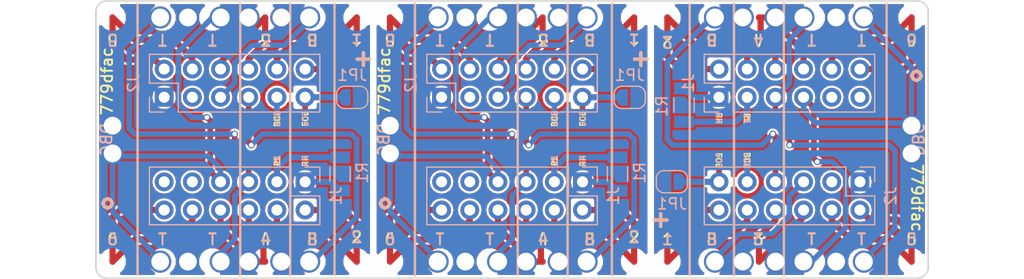
<source format=kicad_pcb>
(kicad_pcb (version 20211014) (generator pcbnew)
  (layers (0 "F.Cu" signal) (31 "B.Cu" signal) (34 "B.Paste" user) (35 "F.Paste" user) (36 "B.SilkS" user "B.Silkscreen") (37 "F.SilkS" user "F.Silkscreen") (38 "B.Mask" user) (39 "F.Mask" user) (44 "Edge.Cuts" user))
  (net 0 "")
  (net 1 "/RH")
  (net 2 "/RL")
  (net 3 "/FCu")
  (net 4 "/BCu")
  (net 5 "/I2")
  (net 6 "/I4")
  (net 7 "/VT")
  (net 8 "/IT")
  (net 9 "/I6")
  (net 10 "/V8")
  (net 11 "/I8")
  (net 12 "/I5")
  (net 13 "/I7")
  (net 14 "/V7")
  (net 15 "/I3")
  (net 16 "/IB")
  (net 17 "/VB")
  (net 18 "/I1")
  (footprint "myParts:S25-022+P25-4023" (layer "F.Cu") (at -1.25 -11 90)
    (fp_text reference "TP17" hide)
    (fp_text value "TEST" hide)
  )
  (footprint "myParts:S25-022+P25-4023" (layer "F.Cu") (at 1.25 -11)
    (fp_text reference "TP18" hide)
    (fp_text value "TEST" hide)
  )
  (footprint "myParts:S25-022+P25-4023" (layer "F.Cu") (at -23.75 -11)
    (fp_text reference "TP18" hide)
    (fp_text value "TEST" hide)
  )
  (footprint "myParts:S25-022+P25-4023" (layer "F.Cu") (at -29.21 11)
    (fp_text reference "TP18" hide)
    (fp_text value "TEST" hide)
  )
  (footprint "myParts:S25-022+P25-4023" (layer "F.Cu") (at 4.21 -11 90)
    (fp_text reference "TP17" hide)
    (fp_text value "TEST" hide)
  )
  (footprint "myParts:S25-022+P25-4023" (layer "F.Cu") (at -11 1.25 -90)
    (fp_text reference "TP18" hide)
    (fp_text value "TEST" hide)
  )
  (footprint "myParts:S25-022+P25-4023" (layer "F.Cu") (at -31.71 -11 90)
    (fp_text reference "TP17" hide)
    (fp_text value "TEST" hide)
  )
  (footprint "myParts:S25-022+P25-4023" (layer "F.Cu") (at 26.25 -11 -90)
    (fp_text reference "TP17" hide)
    (fp_text value "TEST" hide)
  )
  (footprint "myParts:S25-022+P25-4023" (layer "F.Cu") (at -20.79 11 90)
    (fp_text reference "TP17" hide)
    (fp_text value "TEST" hide)
  )
  (footprint "myParts:S25-022+P25-4023" (layer "F.Cu") (at 31.71 -11 -90)
    (fp_text reference "TP17" hide)
    (fp_text value "TEST" hide)
  )
  (footprint "myParts:S25-022+P25-4023" (layer "F.Cu") (at 29.21 -11 180)
    (fp_text reference "TP18" hide)
    (fp_text value "TEST" hide)
  )
  (footprint "myParts:S25-022+P25-4023" (layer "F.Cu") (at 31.71 11 -90)
    (fp_text reference "TP17" hide)
    (fp_text value "TEST" hide)
  )
  (footprint "myParts:S25-022+P25-4023" (layer "F.Cu") (at 1.25 11)
    (fp_text reference "TP18" hide)
    (fp_text value "TEST" hide)
  )
  (footprint "myParts:S25-022+P25-4023" (layer "F.Cu") (at -36 -1.25)
    (fp_text reference "TP17" hide)
    (fp_text value "TEST" hide)
  )
  (footprint "myParts:S25-022+P25-4023" (layer "F.Cu") (at 4.21 11 90)
    (fp_text reference "TP17" hide)
    (fp_text value "TEST" hide)
  )
  (footprint "myParts:S25-022+P25-4023" (layer "F.Cu") (at -6.71 -11 90)
    (fp_text reference "TP17" hide)
    (fp_text value "TEST" hide)
  )
  (footprint "myParts:S25-022+P25-4023" (layer "F.Cu") (at -1.25 11 90)
    (fp_text reference "TP17" hide)
    (fp_text value "TEST" hide)
  )
  (footprint "myParts:S25-022+P25-4023" (layer "F.Cu") (at -4.21 -11)
    (fp_text reference "TP18" hide)
    (fp_text value "TEST" hide)
  )
  (footprint "myParts:S25-022+P25-4023" (layer "F.Cu") (at -18.29 -11)
    (fp_text reference "TP18" hide)
    (fp_text value "TEST" hide)
  )
  (footprint "myParts:S25-022+P25-4023" (layer "F.Cu") (at -23.75 11)
    (fp_text reference "TP18" hide)
    (fp_text value "TEST" hide)
  )
  (footprint "myParts:S25-022+P25-4023" (layer "F.Cu") (at 23.75 11 180)
    (fp_text reference "TP18" hide)
    (fp_text value "TEST" hide)
  )
  (footprint "myParts:S25-022+P25-4023" (layer "F.Cu") (at -11 -1.25)
    (fp_text reference "TP17" hide)
    (fp_text value "TEST" hide)
  )
  (footprint "myParts:S25-022+P25-4023" (layer "F.Cu") (at 18.29 -11 180)
    (fp_text reference "TP18" hide)
    (fp_text value "TEST" hide)
  )
  (footprint "myParts:S25-022+P25-4023" (layer "F.Cu") (at 20.79 -11 -90)
    (fp_text reference "TP17" hide)
    (fp_text value "TEST" hide)
  )
  (footprint "myParts:S25-022+P25-4023" (layer "F.Cu") (at -31.71 11 90)
    (fp_text reference "TP17" hide)
    (fp_text value "TEST" hide)
  )
  (footprint "myParts:S25-022+P25-4023" (layer "F.Cu") (at 18.29 11 180)
    (fp_text reference "TP18" hide)
    (fp_text value "TEST" hide)
  )
  (footprint "myParts:S25-022+P25-4023" (layer "F.Cu") (at -26.25 11 90)
    (fp_text reference "TP17" hide)
    (fp_text value "TEST" hide)
  )
  (footprint "myParts:S25-022+P25-4023" (layer "F.Cu") (at -6.71 11 90)
    (fp_text reference "TP17" hide)
    (fp_text value "TEST" hide)
  )
  (footprint "myParts:S25-022+P25-4023" (layer "F.Cu") (at 36 1.25 180)
    (fp_text reference "TP17" hide)
    (fp_text value "TEST" hide)
  )
  (footprint "myParts:S25-022+P25-4023" (layer "F.Cu") (at 6.71 11)
    (fp_text reference "TP18" hide)
    (fp_text value "TEST" hide)
  )
  (footprint "myParts:S25-022+P25-4023" (layer "F.Cu") (at 29.21 11 180)
    (fp_text reference "TP18" hide)
    (fp_text value "TEST" hide)
  )
  (footprint "myParts:S25-022+P25-4023" (layer "F.Cu") (at 36 -1.25 90)
    (fp_text reference "TP18" hide)
    (fp_text value "TEST" hide)
  )
  (footprint "myParts:S25-022+P25-4023" (layer "F.Cu") (at -29.21 -11)
    (fp_text reference "TP18" hide)
    (fp_text value "TEST" hide)
  )
  (footprint "myParts:S25-022+P25-4023" (layer "F.Cu") (at -4.21 11)
    (fp_text reference "TP18" hide)
    (fp_text value "TEST" hide)
  )
  (footprint "myParts:S25-022+P25-4023" (layer "F.Cu") (at 23.75 -11 180)
    (fp_text reference "TP18" hide)
    (fp_text value "TEST" hide)
  )
  (footprint "myParts:S25-022+P25-4023" (layer "F.Cu") (at -18.29 11)
    (fp_text reference "TP18" hide)
    (fp_text value "TEST" hide)
  )
  (footprint "myParts:S25-022+P25-4023" (layer "F.Cu") (at -36 1.25 -90)
    (fp_text reference "TP18" hide)
    (fp_text value "TEST" hide)
  )
  (footprint "myParts:S25-022+P25-4023" (layer "F.Cu") (at -26.25 -11 90)
    (fp_text reference "TP17" hide)
    (fp_text value "TEST" hide)
  )
  (footprint "myParts:S25-022+P25-4023" (layer "F.Cu") (at 6.71 -11)
    (fp_text reference "TP18" hide)
    (fp_text value "TEST" hide)
  )
  (footprint "myParts:S25-022+P25-4023" (layer "F.Cu") (at -20.79 -11 90)
    (fp_text reference "TP17" hide)
    (fp_text value "TEST" hide)
  )
  (footprint "myParts:S25-022+P25-4023" (layer "F.Cu") (at 26.25 11 -90)
    (fp_text reference "TP17" hide)
    (fp_text value "TEST" hide)
  )
  (footprint "myParts:S25-022+P25-4023" (layer "F.Cu") (at 20.79 11 -90)
    (fp_text reference "TP17" hide)
    (fp_text value "TEST" hide)
  )
  (footprint "Jumper:SolderJumper-2_P1.3mm_Open_RoundedPad1.0x1.5mm" (layer "B.Cu") (at 10.6 -3.8 180)
    (fp_text reference "JP1")
    (fp_text value "Jumper_NO_Small")
  )
  (footprint "Connector_PinSocket_2.54mm:PinSocket_2x06_P2.54mm_Vertical" (layer "B.Cu") (at 6.35 3.81 90)
    (fp_text reference "J1")
    (fp_text value "CONN_02X06")
  )
  (footprint "Connector_PinSocket_2.54mm:PinSocket_2x06_P2.54mm_Vertical" (layer "B.Cu") (at -6.35 -3.81 -90)
    (fp_text reference "J2")
    (fp_text value "CONN_02X06")
  )
  (footprint "Resistor_SMD:R_1206_3216Metric" (layer "B.Cu") (at 9.5 3.105 -90)
    (fp_text reference "R1")
    (fp_text value "200k")
  )
  (footprint "Resistor_SMD:R_1206_3216Metric" (layer "B.Cu") (at -15.5 3.105 -90)
    (fp_text reference "R1")
    (fp_text value "200k")
  )
  (footprint "Resistor_SMD:R_1206_3216Metric" (layer "B.Cu") (at 15.5 -3.105 90)
    (fp_text reference "R1")
    (fp_text value "200k")
  )
  (footprint "Connector_PinSocket_2.54mm:PinSocket_2x06_P2.54mm_Vertical" (layer "B.Cu") (at 31.35 3.81 90)
    (fp_text reference "J2")
    (fp_text value "CONN_02X06")
  )
  (footprint "Jumper:SolderJumper-2_P1.3mm_Open_RoundedPad1.0x1.5mm" (layer "B.Cu") (at -14.4 -3.8 180)
    (fp_text reference "JP1")
    (fp_text value "Jumper_NO_Small")
  )
  (footprint "Connector_PinSocket_2.54mm:PinSocket_2x06_P2.54mm_Vertical" (layer "B.Cu") (at -31.35 -3.81 -90)
    (fp_text reference "J2")
    (fp_text value "CONN_02X06")
  )
  (footprint "Connector_PinSocket_2.54mm:PinSocket_2x06_P2.54mm_Vertical" (layer "B.Cu") (at -18.65 3.81 90)
    (fp_text reference "J1")
    (fp_text value "CONN_02X06")
  )
  (footprint "Connector_PinSocket_2.54mm:PinSocket_2x06_P2.54mm_Vertical" (layer "B.Cu") (at 18.65 -3.81 -90)
    (fp_text reference "J1")
    (fp_text value "CONN_02X06")
  )
  (footprint "Jumper:SolderJumper-2_P1.3mm_Open_RoundedPad1.0x1.5mm" (layer "B.Cu") (at 14.4 3.8)
    (fp_text reference "JP1")
    (fp_text value "Jumper_NO_Small")
  )
  (gr_line (start 9 -12.25) (end 9 12.25) (layer "B.SilkS") (width 0.2))
  (gr_line (start 5 -12.25) (end 5 12.25) (layer "B.SilkS") (width 0.2))
  (gr_line (start 0.5 -12.25) (end 0.5 12.25) (layer "B.SilkS") (width 0.2))
  (gr_line (start -8.75 -12.25) (end -8.75 12.25) (layer "B.SilkS") (width 0.2))
  (gr_line (start 16 12.25) (end 16 -12.25) (layer "B.SilkS") (width 0.2))
  (gr_line (start -24.5 -12.25) (end -24.5 12.25) (layer "B.SilkS") (width 0.2))
  (gr_line (start 24.5 12.25) (end 24.5 -12.25) (layer "B.SilkS") (width 0.2))
  (gr_line (start -33.75 -12.25) (end -33.75 12.25) (layer "B.SilkS") (width 0.2))
  (gr_line (start -16 -12.25) (end -16 12.25) (layer "B.SilkS") (width 0.2))
  (gr_line (start -20 -12.25) (end -20 12.25) (layer "B.SilkS") (width 0.2))
  (gr_line (start 33.75 12.25) (end 33.75 -12.25) (layer "B.SilkS") (width 0.2))
  (gr_line (start 20 12.25) (end 20 -12.25) (layer "B.SilkS") (width 0.2))
  (gr_line (start 0.5 -12.25) (end 0.5 12.25) (layer "F.SilkS") (width 0.2))
  (gr_line (start 5 -12.25) (end 5 12.25) (layer "F.SilkS") (width 0.2))
  (gr_line (start 9 -12.25) (end 9 12.25) (layer "F.SilkS") (width 0.2))
  (gr_line (start -16 -12.25) (end -16 12.25) (layer "F.SilkS") (width 0.2))
  (gr_line (start 24.5 12.25) (end 24.5 -12.25) (layer "F.SilkS") (width 0.2))
  (gr_line (start 16 12.25) (end 16 -12.25) (layer "F.SilkS") (width 0.2))
  (gr_line (start 33.75 12.25) (end 33.75 -12.25) (layer "F.SilkS") (width 0.2))
  (gr_line (start -24.5 -12.25) (end -24.5 12.25) (layer "F.SilkS") (width 0.2))
  (gr_line (start -20 -12.25) (end -20 12.25) (layer "F.SilkS") (width 0.2))
  (gr_line (start -8.75 -12.25) (end -8.75 12.25) (layer "F.SilkS") (width 0.2))
  (gr_line (start -33.75 -12.25) (end -33.75 12.25) (layer "F.SilkS") (width 0.2))
  (gr_line (start 20 12.25) (end 20 -12.25) (layer "F.SilkS") (width 0.2))
  (gr_line (start -36.5 -12.5) (end 36.499999 -12.499999) (layer "Edge.Cuts") (width 0.15))
  (gr_arc (start -37.5 -11.5) (mid -37.207107 -12.207107) (end -36.5 -12.5) (layer "Edge.Cuts") (width 0.15))
  (gr_line (start 37.499999 -11.499999) (end 37.499999 11.499999) (layer "Edge.Cuts") (width 0.15))
  (gr_line (start -37.499999 11.499999) (end -37.5 -11.5) (layer "Edge.Cuts") (width 0.15))
  (gr_arc (start 37.499999 11.499999) (mid 37.207106 12.207106) (end 36.499999 12.499999) (layer "Edge.Cuts") (width 0.15))
  (gr_arc (start 36.499999 -12.499999) (mid 37.207106 -12.207106) (end 37.499999 -11.499999) (layer "Edge.Cuts") (width 0.15))
  (gr_line (start 36.499999 12.499999) (end -36.499999 12.499999) (layer "Edge.Cuts") (width 0.15))
  (gr_arc (start -36.499999 12.499999) (mid -37.207106 12.207106) (end -37.499999 11.499999) (layer "Edge.Cuts") (width 0.15))
  (gr_text "+" (at 11.5 -7.25 90) (layer "B.SilkS") (effects (font (size 1.5 1.5) (thickness 0.3)) (justify mirror)))
  (gr_text "°" (at -10.25 5.75 90) (layer "B.SilkS") (effects (font (size 3 3) (thickness 0.3)) (justify mirror)))
  (gr_text "RL" (at 3.84 1.935 90) (layer "B.SilkS") (effects (font (size 0.5 0.5) (thickness 0.125)) (justify mirror)))
  (gr_text "RH" (at 6.38 1.935 90) (layer "B.SilkS") (effects (font (size 0.5 0.5) (thickness 0.125)) (justify mirror)))
  (gr_text "BCu" (at 3.84 -1.875 90) (layer "B.SilkS") (effects (font (size 0.5 0.5) (thickness 0.125)) (justify mirror)))
  (gr_text "FCu" (at 6.38 -1.875 90) (layer "B.SilkS") (effects (font (size 0.5 0.5) (thickness 0.125)) (justify mirror)))
  (gr_text "B" (at 7 -9 180) (layer "B.SilkS") (effects (font (size 1 1) (thickness 0.175)) (justify mirror)))
  (gr_text "1" (at 11 -9 180) (layer "B.SilkS") (effects (font (size 1 1) (thickness 0.175)) (justify mirror)))
  (gr_text "3" (at 2.8 -9 180) (layer "B.SilkS") (effects (font (size 1 1) (thickness 0.175)) (justify mirror)))
  (gr_text "T" (at -2 -9 180) (layer "B.SilkS") (effects (font (size 1 1) (thickness 0.175)) (justify mirror)))
  (gr_text "T" (at -6.5 -9 180) (layer "B.SilkS") (effects (font (size 1 1) (thickness 0.175)) (justify mirror)))
  (gr_text "5" (at -11 -9 180) (layer "B.SilkS") (effects (font (size 1 1) (thickness 0.175)) (justify mirror)))
  (gr_text "6" (at -11 9) (layer "B.SilkS") (effects (font (size 1 1) (thickness 0.175)) (justify mirror)))
  (gr_text "T" (at -6.5 9) (layer "B.SilkS") (effects (font (size 1 1) (thickness 0.175)) (justify mirror)))
  (gr_text "T" (at -2 9) (layer "B.SilkS") (effects (font (size 1 1) (thickness 0.175)) (justify mirror)))
  (gr_text "4" (at 2.8 9) (layer "B.SilkS") (effects (font (size 1 1) (thickness 0.175)) (justify mirror)))
  (gr_text "B" (at 7 9) (layer "B.SilkS") (effects (font (size 1 1) (thickness 0.175)) (justify mirror)))
  (gr_text "2" (at 11 8.8) (layer "B.SilkS") (effects (font (size 1 1) (thickness 0.175)) (justify mirror)))
  (gr_text "DBG\n~{}    " (at -10.75 0 90) (layer "B.SilkS") (effects (font (size 1 1) (thickness 0.175)) (justify mirror)))
  (gr_text "RL" (at -21.16 1.935 90) (layer "B.SilkS") (effects (font (size 0.5 0.5) (thickness 0.125)) (justify mirror)))
  (gr_text "°" (at -35.25 5.75 90) (layer "B.SilkS") (effects (font (size 3 3) (thickness 0.3)) (justify mirror)))
  (gr_text "1" (at -14 -9 180) (layer "B.SilkS") (effects (font (size 1 1) (thickness 0.175)) (justify mirror)))
  (gr_text "5" (at -36 -9 180) (layer "B.SilkS") (effects (font (size 1 1) (thickness 0.175)) (justify mirror)))
  (gr_text "4" (at 22.2 -9 180) (layer "B.SilkS") (effects (font (size 1 1) (thickness 0.175)) (justify mirror)))
  (gr_text "T" (at 31.5 -9 180) (layer "B.SilkS") (effects (font (size 1 1) (thickness 0.175)) (justify mirror)))
  (gr_text "B" (at -18 9) (layer "B.SilkS") (effects (font (size 1 1) (thickness 0.175)) (justify mirror)))
  (gr_text "T" (at 27 9) (layer "B.SilkS") (effects (font (size 1 1) (thickness 0.175)) (justify mirror)))
  (gr_text "T" (at 27 -9 180) (layer "B.SilkS") (effects (font (size 1 1) (thickness 0.175)) (justify mirror)))
  (gr_text "3" (at -22.2 -9 180) (layer "B.SilkS") (effects (font (size 1 1) (thickness 0.175)) (justify mirror)))
  (gr_text "+" (at 13.5 7.25 270) (layer "B.SilkS") (effects (font (size 1.5 1.5) (thickness 0.3)) (justify mirror)))
  (gr_text "FCu" (at 18.62 1.875 270) (layer "B.SilkS") (effects (font (size 0.5 0.5) (thickness 0.125)) (justify mirror)))
  (gr_text "1" (at 14 9) (layer "B.SilkS") (effects (font (size 1 1) (thickness 0.175)) (justify mirror)))
  (gr_text "4" (at -22.2 9) (layer "B.SilkS") (effects (font (size 1 1) (thickness 0.175)) (justify mirror)))
  (gr_text "DBG\n~{}    " (at -35.75 0 90) (layer "B.SilkS") (effects (font (size 1 1) (thickness 0.175)) (justify mirror)))
  (gr_text "FCu" (at -18.62 -1.875 90) (layer "B.SilkS") (effects (font (size 0.5 0.5) (thickness 0.125)) (justify mirror)))
  (gr_text "5" (at 36 9) (layer "B.SilkS") (effects (font (size 1 1) (thickness 0.175)) (justify mirror)))
  (gr_text "T" (at 31.5 9) (layer "B.SilkS") (effects (font (size 1 1) (thickness 0.175)) (justify mirror)))
  (gr_text "3" (at 22.2 9) (layer "B.SilkS") (effects (font (size 1 1) (thickness 0.175)) (justify mirror)))
  (gr_text "6" (at -36 9) (layer "B.SilkS") (effects (font (size 1 1) (thickness 0.175)) (justify mirror)))
  (gr_text "+" (at -13.5 -7.25 90) (layer "B.SilkS") (effects (font (size 1.5 1.5) (thickness 0.3)) (justify mirror)))
  (gr_text "RH" (at 18.62 -1.935 270) (layer "B.SilkS") (effects (font (size 0.5 0.5) (thickness 0.125)) (justify mirror)))
  (gr_text "T" (at -27 -9 180) (layer "B.SilkS") (effects (font (size 1 1) (thickness 0.175)) (justify mirror)))
  (gr_text "DBG\n~{}    " (at 35.75 0 270) (layer "B.SilkS") (effects (font (size 1 1) (thickness 0.175)) (justify mirror)))
  (gr_text "BCu" (at 21.16 1.875 270) (layer "B.SilkS") (effects (font (size 0.5 0.5) (thickness 0.125)) (justify mirror)))
  (gr_text "B" (at -18 -9 180) (layer "B.SilkS") (effects (font (size 1 1) (thickness 0.175)) (justify mirror)))
  (gr_text "T" (at -31.5 9) (layer "B.SilkS") (effects (font (size 1 1) (thickness 0.175)) (justify mirror)))
  (gr_text "B" (at 18 9) (layer "B.SilkS") (effects (font (size 1 1) (thickness 0.175)) (justify mirror)))
  (gr_text "BCu" (at -21.16 -1.875 90) (layer "B.SilkS") (effects (font (size 0.5 0.5) (thickness 0.125)) (justify mirror)))
  (gr_text "T" (at -31.5 -9 180) (layer "B.SilkS") (effects (font (size 1 1) (thickness 0.175)) (justify mirror)))
  (gr_text "2" (at -14 8.8) (layer "B.SilkS") (effects (font (size 1 1) (thickness 0.175)) (justify mirror)))
  (gr_text "RH" (at -18.62 1.935 90) (layer "B.SilkS") (effects (font (size 0.5 0.5) (thickness 0.125)) (justify mirror)))
  (gr_text "B" (at 18 -9 180) (layer "B.SilkS") (effects (font (size 1 1) (thickness 0.175)) (justify mirror)))
  (gr_text "2" (at 14 -8.8 180) (layer "B.SilkS") (effects (font (size 1 1) (thickness 0.175)) (justify mirror)))
  (gr_text "6" (at 36 -9 180) (layer "B.SilkS") (effects (font (size 1 1) (thickness 0.175)) (justify mirror)))
  (gr_text "°" (at 35.25 -5.75 270) (layer "B.SilkS") (effects (font (size 3 3) (thickness 0.3)) (justify mirror)))
  (gr_text "T" (at -27 9) (layer "B.SilkS") (effects (font (size 1 1) (thickness 0.175)) (justify mirror)))
  (gr_text "RL" (at 21.16 -1.935 270) (layer "B.SilkS") (effects (font (size 0.5 0.5) (thickness 0.125)) (justify mirror)))
  (gr_text "BCu" (at 3.84 -1.875 90) (layer "F.SilkS") (effects (font (size 0.5 0.5) (thickness 0.125))))
  (gr_text "RH" (at 6.38 1.935 90) (layer "F.SilkS") (effects (font (size 0.5 0.5) (thickness 0.125))))
  (gr_text "RL" (at 3.84 1.935 90) (layer "F.SilkS") (effects (font (size 0.5 0.5) (thickness 0.125))))
  (gr_text "5" (at -11 -9 180) (layer "F.SilkS") (effects (font (size 1 1) (thickness 0.175))))
  (gr_text "T" (at -6.5 -9 180) (layer "F.SilkS") (effects (font (size 1 1) (thickness 0.175))))
  (gr_text "T" (at -2 -9 180) (layer "F.SilkS") (effects (font (size 1 1) (thickness 0.175))))
  (gr_text "3" (at 2.8 -9 180) (layer "F.SilkS") (effects (font (size 1 1) (thickness 0.175))))
  (gr_text "1" (at 11 -9 180) (layer "F.SilkS") (effects (font (size 1 1) (thickness 0.175))))
  (gr_text "2" (at 11 8.8) (layer "F.SilkS") (effects (font (size 1 1) (thickness 0.175))))
  (gr_text "B" (at 7 9) (layer "F.SilkS") (effects (font (size 1 1) (thickness 0.175))))
  (gr_text "779dfac" (at -11.5 -5.25 90) (layer "F.SilkS") (effects (font (size 1 1) (thickness 0.175))))
  (gr_text "T" (at -2 9) (layer "F.SilkS") (effects (font (size 1 1) (thickness 0.175))))
  (gr_text "T" (at -6.5 9) (layer "F.SilkS") (effects (font (size 1 1) (thickness 0.175))))
  (gr_text "4" (at 2.8 9) (layer "F.SilkS") (effects (font (size 1 1) (thickness 0.175))))
  (gr_text "6" (at -11 9) (layer "F.SilkS") (effects (font (size 1 1) (thickness 0.175))))
  (gr_text "B" (at 7 -9 180) (layer "F.SilkS") (effects (font (size 1 1) (thickness 0.175))))
  (gr_text "779dfac" (at -36.5 -5.25 90) (layer "F.SilkS") (effects (font (size 1 1) (thickness 0.175))))
  (gr_text "BCu" (at 21.16 1.875 270) (layer "F.SilkS") (effects (font (size 0.5 0.5) (thickness 0.125))))
  (gr_text "RL" (at 21.16 -1.935 270) (layer "F.SilkS") (effects (font (size 0.5 0.5) (thickness 0.125))))
  (gr_text "3" (at 22.2 9) (layer "F.SilkS") (effects (font (size 1 1) (thickness 0.175))))
  (gr_text "1" (at 14 9) (layer "F.SilkS") (effects (font (size 1 1) (thickness 0.175))))
  (gr_text "2" (at 14 -8.8 180) (layer "F.SilkS") (effects (font (size 1 1) (thickness 0.175))))
  (gr_text "T" (at 31.5 -9 180) (layer "F.SilkS") (effects (font (size 1 1) (thickness 0.175))))
  (gr_text "4" (at 22.2 -9 180) (layer "F.SilkS") (effects (font (size 1 1) (thickness 0.175))))
  (gr_text "RH" (at -18.62 1.935 90) (layer "F.SilkS") (effects (font (size 0.5 0.5) (thickness 0.125))))
  (gr_text "FCu" (at 6.38 -1.875 90) (layer "F.SilkS") (effects (font (size 0.5 0.5) (thickness 0.125))))
  (gr_text "5" (at -36 -9 180) (layer "F.SilkS") (effects (font (size 1 1) (thickness 0.175))))
  (gr_text "+" (at -13.5 -7.25 90) (layer "F.SilkS") (effects (font (size 1.5 1.5) (thickness 0.3))))
  (gr_text "T" (at -27 9) (layer "F.SilkS") (effects (font (size 1 1) (thickness 0.175))))
  (gr_text "°" (at 35.25 -5.75 270) (layer "F.SilkS") (effects (font (size 3 3) (thickness 0.3))))
  (gr_text "RH" (at 18.62 -1.935 270) (layer "F.SilkS") (effects (font (size 0.5 0.5) (thickness 0.125))))
  (gr_text "5" (at 36 9) (layer "F.SilkS") (effects (font (size 1 1) (thickness 0.175))))
  (gr_text "FCu" (at 18.62 1.875 270) (layer "F.SilkS") (effects (font (size 0.5 0.5) (thickness 0.125))))
  (gr_text "2" (at -14 8.8) (layer "F.SilkS") (effects (font (size 1 1) (thickness 0.175))))
  (gr_text "779dfac" (at 36.5 5.25 270) (layer "F.SilkS") (effects (font (size 1 1) (thickness 0.175))))
  (gr_text "B" (at 18 9) (layer "F.SilkS") (effects (font (size 1 1) (thickness 0.175))))
  (gr_text "BCu" (at -21.16 -1.875 90) (layer "F.SilkS") (effects (font (size 0.5 0.5) (thickness 0.125))))
  (gr_text "FCu" (at -18.62 -1.875 90) (layer "F.SilkS") (effects (font (size 0.5 0.5) (thickness 0.125))))
  (gr_text "B" (at -18 9) (layer "F.SilkS") (effects (font (size 1 1) (thickness 0.175))))
  (gr_text "6" (at -36 9) (layer "F.SilkS") (effects (font (size 1 1) (thickness 0.175))))
  (gr_text "1" (at -14 -9 180) (layer "F.SilkS") (effects (font (size 1 1) (thickness 0.175))))
  (gr_text "4" (at -22.2 9) (layer "F.SilkS") (effects (font (size 1 1) (thickness 0.175))))
  (gr_text "°" (at -10.25 5.75 90) (layer "F.SilkS") (effects (font (size 3 3) (thickness 0.3))))
  (gr_text "T" (at 27 9) (layer "F.SilkS") (effects (font (size 1 1) (thickness 0.175))))
  (gr_text "RL" (at -21.16 1.935 90) (layer "F.SilkS") (effects (font (size 0.5 0.5) (thickness 0.125))))
  (gr_text "T" (at -31.5 9) (layer "F.SilkS") (effects (font (size 1 1) (thickness 0.175))))
  (gr_text "°" (at -35.25 5.75 90) (layer "F.SilkS") (effects (font (size 3 3) (thickness 0.3))))
  (gr_text "+" (at 13.5 7.25 270) (layer "F.SilkS") (effects (font (size 1.5 1.5) (thickness 0.3))))
  (gr_text "+" (at 11.5 -7.25 90) (layer "F.SilkS") (effects (font (size 1.5 1.5) (thickness 0.3))))
  (gr_text "6" (at 36 -9 180) (layer "F.SilkS") (effects (font (size 1 1) (thickness 0.175))))
  (gr_text "T" (at -31.5 -9 180) (layer "F.SilkS") (effects (font (size 1 1) (thickness 0.175))))
  (gr_text "T" (at 31.5 9) (layer "F.SilkS") (effects (font (size 1 1) (thickness 0.175))))
  (gr_text "T" (at -27 -9 180) (layer "F.SilkS") (effects (font (size 1 1) (thickness 0.175))))
  (gr_text "3" (at -22.2 -9 180) (layer "F.SilkS") (effects (font (size 1 1) (thickness 0.175))))
  (gr_text "B" (at -18 -9 180) (layer "F.SilkS") (effects (font (size 1 1) (thickness 0.175))))
  (gr_text "T" (at 27 -9 180) (layer "F.SilkS") (effects (font (size 1 1) (thickness 0.175))))
  (gr_text "B" (at 18 -9 180) (layer "F.SilkS") (effects (font (size 1 1) (thickness 0.175))))
  (segment (start 8.7 3.81) (end 9.5 4.61) (width 0.56) (layer "B.Cu") (net 1))
  (segment (start 16.3 -3.81) (end 15.5 -4.61) (width 0.56) (layer "B.Cu") (net 1))
  (segment (start -16.3 3.81) (end -15.5 4.61) (width 0.56) (layer "B.Cu") (net 1))
  (segment (start -18.65 3.81) (end -16.3 3.81) (width 0.56) (layer "B.Cu") (net 1))
  (segment (start 6.35 3.81) (end 8.7 3.81) (width 0.56) (layer "B.Cu") (net 1))
  (segment (start 18.65 -3.81) (end 16.3 -3.81) (width 0.56) (layer "B.Cu") (net 1))
  (segment (start 3.81 2.607919) (end 4.817919 1.6) (width 0.56) (layer "B.Cu") (net 2))
  (segment (start 16.96 -1.6) (end 15.5 -1.6) (width 0.56) (layer "B.Cu") (net 2))
  (segment (start 3.81 3.81) (end 3.81 2.607919) (width 0.56) (layer "B.Cu") (net 2))
  (segment (start 21.19 -2.607919) (end 20.182081 -1.6) (width 0.56) (layer "B.Cu") (net 2))
  (segment (start -16.96 1.6) (end -15.5 1.6) (width 0.56) (layer "B.Cu") (net 2))
  (segment (start 20.182081 -1.6) (end 16.96 -1.6) (width 0.56) (layer "B.Cu") (net 2))
  (segment (start 8.04 1.6) (end 9.5 1.6) (width 0.56) (layer "B.Cu") (net 2))
  (segment (start -21.19 2.607919) (end -20.182081 1.6) (width 0.56) (layer "B.Cu") (net 2))
  (segment (start -20.182081 1.6) (end -16.96 1.6) (width 0.56) (layer "B.Cu") (net 2))
  (segment (start -21.19 3.81) (end -21.19 2.607919) (width 0.56) (layer "B.Cu") (net 2))
  (segment (start 21.19 -3.81) (end 21.19 -2.607919) (width 0.56) (layer "B.Cu") (net 2))
  (segment (start 4.817919 1.6) (end 8.04 1.6) (width 0.56) (layer "B.Cu") (net 2))
  (segment (start 6.35 -3.81) (end 9.94 -3.81) (width 0.56) (layer "B.Cu") (net 3))
  (segment (start 9.94 -3.81) (end 9.95 -3.8) (width 0.56) (layer "B.Cu") (net 3))
  (segment (start 15.06 3.81) (end 15.05 3.8) (width 0.56) (layer "B.Cu") (net 3))
  (segment (start 18.65 3.81) (end 15.06 3.81) (width 0.56) (layer "B.Cu") (net 3))
  (segment (start -18.65 -3.81) (end -15.06 -3.81) (width 0.56) (layer "B.Cu") (net 3))
  (segment (start -15.06 -3.81) (end -15.05 -3.8) (width 0.56) (layer "B.Cu") (net 3))
  (segment (start 14 -7.5) (end 14 -11) (width 0.56) (layer "F.Cu") (net 5))
  (segment (start -14 7.5) (end -14 11) (width 0.56) (layer "F.Cu") (net 5))
  (segment (start 3.81 6.35) (end 3.81 8.5) (width 0.56) (layer "F.Cu") (net 5))
  (segment (start -21.19 8.5) (end -16.5 8.5) (width 0.56) (layer "F.Cu") (net 5))
  (segment (start 21.19 -6.35) (end 21.19 -8.5) (width 0.56) (layer "F.Cu") (net 5))
  (segment (start -21.19 6.35) (end -21.19 8.5) (width 0.56) (layer "F.Cu") (net 5))
  (segment (start -15.15 6.35) (end -14 7.5) (width 0.56) (layer "F.Cu") (net 5))
  (segment (start -18.65 6.35) (end -15.15 6.35) (width 0.56) (layer "F.Cu") (net 5))
  (segment (start -16.5 8.5) (end -14 11) (width 0.56) (layer "F.Cu") (net 5))
  (segment (start 9.85 6.35) (end 11 7.5) (width 0.56) (layer "F.Cu") (net 5))
  (segment (start 3.81 8.5) (end 8.5 8.5) (width 0.56) (layer "F.Cu") (net 5))
  (segment (start 16.5 -8.5) (end 14 -11) (width 0.56) (layer "F.Cu") (net 5))
  (segment (start 11 7.5) (end 11 11) (width 0.56) (layer "F.Cu") (net 5))
  (segment (start 21.19 -8.5) (end 16.5 -8.5) (width 0.56) (layer "F.Cu") (net 5))
  (segment (start 15.15 -6.35) (end 14 -7.5) (width 0.56) (layer "F.Cu") (net 5))
  (segment (start 8.5 8.5) (end 11 11) (width 0.56) (layer "F.Cu") (net 5))
  (segment (start 18.65 -6.35) (end 15.15 -6.35) (width 0.56) (layer "F.Cu") (net 5))
  (segment (start 6.35 6.35) (end 9.85 6.35) (width 0.56) (layer "F.Cu") (net 5))
  (segment (start -22.25 11) (end -24.4 11) (width 0.56) (layer "F.Cu") (net 6))
  (segment (start 24.4 -11) (end 24.4 -9.8) (width 0.56) (layer "F.Cu") (net 6))
  (segment (start -23.73 8.07) (end -22.4 9.4) (width 0.56) (layer "F.Cu") (net 6))
  (segment (start 25 0.5) (end 25 -1.2) (width 0.5) (layer "F.Cu") (net 6))
  (segment (start -24.4 11) (end -24.4 9.8) (width 0.56) (layer "F.Cu") (net 6))
  (segment (start 22.4 -9.4) (end 22.4 -10.85) (width 0.56) (layer "F.Cu") (net 6))
  (segment (start 24.4 -9.8) (end 26.27 -7.93) (width 0.56) (layer "F.Cu") (net 6))
  (segment (start 26.27 -7.93) (end 26.27 -6.35) (width 0.56) (layer "F.Cu") (net 6))
  (segment (start 0 -0.5) (end 0 1.2) (width 0.5) (layer "F.Cu") (net 6))
  (segment (start 0 1.2) (end 1.27 2.47) (width 0.5) (layer "F.Cu") (net 6))
  (segment (start -25 1.2) (end -23.73 2.47) (width 0.5) (layer "F.Cu") (net 6))
  (segment (start 23.73 -2.47) (end 23.73 -3.81) (width 0.5) (layer "F.Cu") (net 6))
  (segment (start 1.27 6.35) (end 1.27 8.07) (width 0.56) (layer "F.Cu") (net 6))
  (segment (start 23.73 -6.35) (end 23.73 -8.07) (width 0.56) (layer "F.Cu") (net 6))
  (segment (start -22.4 10.85) (end -22.25 11) (width 0.56) (layer "F.Cu") (net 6))
  (segment (start 2.6 10.85) (end 2.75 11) (width 0.56) (layer "F.Cu") (net 6))
  (segment (start 2.6 9.4) (end 2.6 10.85) (width 0.56) (layer "F.Cu") (net 6))
  (segment (start 1.27 8.07) (end 2.6 9.4) (width 0.56) (layer "F.Cu") (net 6))
  (segment (start 23.73 -8.07) (end 22.4 -9.4) (width 0.56) (layer "F.Cu") (net 6))
  (segment (start -22.4 9.4) (end -22.4 10.85) (width 0.56) (layer "F.Cu") (net 6))
  (segment (start 22.25 -11) (end 24.4 -11) (width 0.56) (layer "F.Cu") (net 6))
  (segment (start -26.27 7.93) (end -26.27 6.35) (width 0.56) (layer "F.Cu") (net 6))
  (segment (start -23.73 6.35) (end -23.73 8.07) (width 0.56) (layer "F.Cu") (net 6))
  (segment (start -24.4 9.8) (end -26.27 7.93) (width 0.56) (layer "F.Cu") (net 6))
  (segment (start 0.6 9.8) (end -1.27 7.93) (width 0.56) (layer "F.Cu") (net 6))
  (segment (start 25 -1.2) (end 23.73 -2.47) (width 0.5) (layer "F.Cu") (net 6))
  (segment (start -23.73 2.47) (end -23.73 3.81) (width 0.5) (layer "F.Cu") (net 6))
  (segment (start 0.6 11) (end 0.6 9.8) (width 0.56) (layer "F.Cu") (net 6))
  (segment (start 22.4 -10.85) (end 22.25 -11) (width 0.56) (layer "F.Cu") (net 6))
  (segment (start 2.75 11) (end 0.6 11) (width 0.56) (layer "F.Cu") (net 6))
  (segment (start 1.27 2.47) (end 1.27 3.81) (width 0.5) (layer "F.Cu") (net 6))
  (segment (start -25 -0.5) (end -25 1.2) (width 0.5) (layer "F.Cu") (net 6))
  (segment (start -1.27 7.93) (end -1.27 6.35) (width 0.56) (layer "F.Cu") (net 6))
  (via (at 25 0.5) (size 0.6) (drill 0.4) (layers "F.Cu" "B.Cu") (net 6))
  (via (at -25 -0.5) (size 0.6) (drill 0.4) (layers "F.Cu" "B.Cu") (net 6))
  (via (at 0 -0.5) (size 0.6) (drill 0.4) (layers "F.Cu" "B.Cu") (net 6))
  (segment (start 0.016999 8.983001) (end -1.000001 10.000001) (width 0.5) (layer "B.Cu") (net 6))
  (segment (start -23.73 3.81) (end -24.983001 5.063001) (width 0.5) (layer "B.Cu") (net 6))
  (segment (start 24.983001 -8.983001) (end 26.000001 -10.000001) (width 0.5) (layer "B.Cu") (net 6))
  (segment (start -6.5 -11) (end -9.5 -8) (width 0.5) (layer "B.Cu") (net 6))
  (segment (start -24.983001 5.063001) (end -24.983001 8.983001) (width 0.5) (layer "B.Cu") (net 6))
  (segment (start -34 -0.5) (end -25 -0.5) (width 0.5) (layer "B.Cu") (net 6))
  (segment (start -24.983001 8.983001) (end -26.000001 10.000001) (width 0.5) (layer "B.Cu") (net 6))
  (segment (start -31.5 -11) (end -34.5 -8) (width 0.5) (layer "B.Cu") (net 6))
  (segment (start -26.000001 10.000001) (end -27 11) (width 0.5) (layer "B.Cu") (net 6))
  (segment (start -9.5 -1) (end -9 -0.5) (width 0.5) (layer "B.Cu") (net 6))
  (segment (start 34.5 8) (end 34.5 1) (width 0.5) (layer "B.Cu") (net 6))
  (segment (start -1.000001 10.000001) (end -2 11) (width 0.5) (layer "B.Cu") (net 6))
  (segment (start -34.5 -1) (end -34 -0.5) (width 0.5) (layer "B.Cu") (net 6))
  (segment (start 1.27 3.81) (end 0.016999 5.063001) (width 0.5) (layer "B.Cu") (net 6))
  (segment (start 24.983001 -5.063001) (end 24.983001 -8.983001) (width 0.5) (layer "B.Cu") (net 6))
  (segment (start 23.73 -3.81) (end 24.983001 -5.063001) (width 0.5) (layer "B.Cu") (net 6))
  (segment (start -9 -0.5) (end 0 -0.5) (width 0.5) (layer "B.Cu") (net 6))
  (segment (start 31.5 11) (end 34.5 8) (width 0.5) (layer "B.Cu") (net 6))
  (segment (start 26.000001 -10.000001) (end 27 -11) (width 0.5) (layer "B.Cu") (net 6))
  (segment (start -9.5 -8) (end -9.5 -1) (width 0.5) (layer "B.Cu") (net 6))
  (segment (start -34.5 -8) (end -34.5 -1) (width 0.5) (layer "B.Cu") (net 6))
  (segment (start 34 0.5) (end 25 0.5) (width 0.5) (layer "B.Cu") (net 6))
  (segment (start 0.016999 5.063001) (end 0.016999 8.983001) (width 0.5) (layer "B.Cu") (net 6))
  (segment (start 34.5 1) (end 34 0.5) (width 0.5) (layer "B.Cu") (net 6))
  (segment (start -1.27 3.81) (end -2.2 2.88) (width 0.5) (layer "F.Cu") (net 8))
  (segment (start 27.2 1.7) (end 27.5 2) (width 0.5) (layer "F.Cu") (net 8))
  (segment (start -26.27 3.81) (end -27.2 2.88) (width 0.5) (layer "F.Cu") (net 8))
  (segment (start -27.2 -1.7) (end -27.5 -2) (width 0.5) (layer "F.Cu") (net 8))
  (segment (start 27.2 -2.88) (end 27.2 1.7) (width 0.5) (layer "F.Cu") (net 8))
  (segment (start 26.27 -3.81) (end 27.2 -2.88) (width 0.5) (layer "F.Cu") (net 8))
  (segment (start -27.2 2.88) (end -27.2 -1.7) (width 0.5) (layer "F.Cu") (net 8))
  (segment (start -2.2 -1.7) (end -2.5 -2) (width 0.5) (layer "F.Cu") (net 8))
  (segment (start -2.2 2.88) (end -2.2 -1.7) (width 0.5) (layer "F.Cu") (net 8))
  (via (at 27.5 2) (size 0.6) (drill 0.4) (layers "F.Cu" "B.Cu") (net 8))
  (via (at -2.5 -2) (size 0.6) (drill 0.4) (layers "F.Cu" "B.Cu") (net 8))
  (via (at -27.5 -2) (size 0.6) (drill 0.4) (layers "F.Cu" "B.Cu") (net 8))
  (segment (start -28.854442 -2) (end -30.063001 -3.208559) (width 0.5) (layer "B.Cu") (net 8))
  (segment (start 27.5 2) (end 28.854442 2) (width 0.5) (layer "B.Cu") (net 8))
  (segment (start -1.27 3.81) (end -1.27 2.607919) (width 0.5) (layer "B.Cu") (net 8))
  (segment (start -11 6.5) (end -6.5 11) (width 0.5) (layer "B.Cu") (net 8))
  (segment (start -36 6.5) (end -31.5 11) (width 0.5) (layer "B.Cu") (net 8))
  (segment (start 26.27 -2.607919) (end 27.377919 -1.5) (width 0.5) (layer "B.Cu") (net 8))
  (segment (start -3.854442 -2) (end -5.063001 -3.208559) (width 0.5) (layer "B.Cu") (net 8))
  (segment (start -27.5 -2) (end -28.854442 -2) (width 0.5) (layer "B.Cu") (net 8))
  (segment (start -11 1.5) (end -11 6.5) (width 0.5) (layer "B.Cu") (net 8))
  (segment (start -2.377919 1.5) (end -11 1.5) (width 0.5) (layer "B.Cu") (net 8))
  (segment (start -1.27 2.607919) (end -2.377919 1.5) (width 0.5) (layer "B.Cu") (net 8))
  (segment (start -30.063001 -3.208559) (end -30.063001 -7.936999) (width 0.5) (layer "B.Cu") (net 8))
  (segment (start -26.27 3.81) (end -26.27 2.607919) (width 0.5) (layer "B.Cu") (net 8))
  (segment (start -30.063001 -7.936999) (end -27 -11) (width 0.5) (layer "B.Cu") (net 8))
  (segment (start -26.27 2.607919) (end -27.377919 1.5) (width 0.5) (layer "B.Cu") (net 8))
  (segment (start -2.5 -2) (end -3.854442 -2) (width 0.5) (layer "B.Cu") (net 8))
  (segment (start -27.377919 1.5) (end -36 1.5) (width 0.5) (layer "B.Cu") (net 8))
  (segment (start 30.063001 3.208559) (end 30.063001 7.936999) (width 0.5) (layer "B.Cu") (net 8))
  (segment (start 30.063001 7.936999) (end 27 11) (width 0.5) (layer "B.Cu") (net 8))
  (segment (start 28.854442 2) (end 30.063001 3.208559) (width 0.5) (layer "B.Cu") (net 8))
  (segment (start 26.27 -3.81) (end 26.27 -2.607919) (width 0.5) (layer "B.Cu") (net 8))
  (segment (start -5.063001 -3.208559) (end -5.063001 -7.936999) (width 0.5) (layer "B.Cu") (net 8))
  (segment (start 36 -6.5) (end 31.5 -11) (width 0.5) (layer "B.Cu") (net 8))
  (segment (start 36 -1.5) (end 36 -6.5) (width 0.5) (layer "B.Cu") (net 8))
  (segment (start -5.063001 -7.936999) (end -2 -11) (width 0.5) (layer "B.Cu") (net 8))
  (segment (start 27.377919 -1.5) (end 36 -1.5) (width 0.5) (layer "B.Cu") (net 8))
  (segment (start -36 1.5) (end -36 6.5) (width 0.5) (layer "B.Cu") (net 8))
  (segment (start -31.35 6.35) (end -35.35 6.35) (width 0.56) (layer "F.Cu") (net 9))
  (segment (start -3.81 7.31) (end -5.5 9) (width 0.56) (layer "F.Cu") (net 9))
  (segment (start -35.000001 10.000001) (end -36 11) (width 0.56) (layer "F.Cu") (net 9))
  (segment (start -34 9) (end -35.000001 10.000001) (width 0.56) (layer "F.Cu") (net 9))
  (segment (start -10.000001 10.000001) (end -11 11) (width 0.56) (layer "F.Cu") (net 9))
  (segment (start -28.81 7.31) (end -30.5 9) (width 0.56) (layer "F.Cu") (net 9))
  (segment (start 30.5 -9) (end 34 -9) (width 0.56) (layer "F.Cu") (net 9))
  (segment (start -6.35 6.35) (end -10.35 6.35) (width 0.56) (layer "F.Cu") (net 9))
  (segment (start -36 7) (end -36 11) (width 0.56) (layer "F.Cu") (net 9))
  (segment (start -3.81 6.35) (end -3.81 7.31) (width 0.56) (layer "F.Cu") (net 9))
  (segment (start -5.5 9) (end -9 9) (width 0.56) (layer "F.Cu") (net 9))
  (segment (start -30.5 9) (end -34 9) (width 0.56) (layer "F.Cu") (net 9))
  (segment (start -9 9) (end -10.000001 10.000001) (width 0.56) (layer "F.Cu") (net 9))
  (segment (start 28.81 -7.31) (end 30.5 -9) (width 0.56) (layer "F.Cu") (net 9))
  (segment (start 35.35 -6.35) (end 36 -7) (width 0.56) (layer "F.Cu") (net 9))
  (segment (start 35.000001 -10.000001) (end 36 -11) (width 0.56) (layer "F.Cu") (net 9))
  (segment (start -11 7) (end -11 11) (width 0.56) (layer "F.Cu") (net 9))
  (segment (start -10.35 6.35) (end -11 7) (width 0.56) (layer "F.Cu") (net 9))
  (segment (start 34 -9) (end 35.000001 -10.000001) (width 0.56) (layer "F.Cu") (net 9))
  (segment (start 36 -7) (end 36 -11) (width 0.56) (layer "F.Cu") (net 9))
  (segment (start -35.35 6.35) (end -36 7) (width 0.56) (layer "F.Cu") (net 9))
  (segment (start 28.81 -6.35) (end 28.81 -7.31) (width 0.56) (layer "F.Cu") (net 9))
  (segment (start -28.81 6.35) (end -28.81 7.31) (width 0.56) (layer "F.Cu") (net 9))
  (segment (start 31.35 -6.35) (end 35.35 -6.35) (width 0.56) (layer "F.Cu") (net 9))
  (segment (start -20 -8.5) (end -16.5 -8.5) (width 0.56) (layer "F.Cu") (net 12))
  (segment (start -14 -8.5) (end -14 -11) (width 0.56) (layer "F.Cu") (net 12))
  (segment (start 20 8.5) (end 16.5 8.5) (width 0.56) (layer "F.Cu") (net 12))
  (segment (start -18.65 -6.35) (end -16.15 -6.35) (width 0.56) (layer "F.Cu") (net 12))
  (segment (start 21.19 7.31) (end 20 8.5) (width 0.56) (layer "F.Cu") (net 12))
  (segment (start 3.81 -7.31) (end 5 -8.5) (width 0.56) (layer "F.Cu") (net 12))
  (segment (start 3.81 -6.35) (end 3.81 -7.31) (width 0.56) (layer "F.Cu") (net 12))
  (segment (start -16.15 -6.35) (end -14 -8.5) (width 0.56) (layer "F.Cu") (net 12))
  (segment (start -16.5 -8.5) (end -14 -11) (width 0.56) (layer "F.Cu") (net 12))
  (segment (start 16.15 6.35) (end 14 8.5) (width 0.56) (layer "F.Cu") (net 12))
  (segment (start 5 -8.5) (end 8.5 -8.5) (width 0.56) (layer "F.Cu") (net 12))
  (segment (start 18.65 6.35) (end 16.15 6.35) (width 0.56) (layer "F.Cu") (net 12))
  (segment (start 8.85 -6.35) (end 11 -8.5) (width 0.56) (layer "F.Cu") (net 12))
  (segment (start 6.35 -6.35) (end 8.85 -6.35) (width 0.56) (layer "F.Cu") (net 12))
  (segment (start -21.19 -7.31) (end -20 -8.5) (width 0.56) (layer "F.Cu") (net 12))
  (segment (start 16.5 8.5) (end 14 11) (width 0.56) (layer "F.Cu") (net 12))
  (segment (start 11 -8.5) (end 11 -11) (width 0.56) (layer "F.Cu") (net 12))
  (segment (start 14 8.5) (end 14 11) (width 0.56) (layer "F.Cu") (net 12))
  (segment (start 21.19 6.35) (end 21.19 7.31) (width 0.56) (layer "F.Cu") (net 12))
  (segment (start 8.5 -8.5) (end 11 -11) (width 0.56) (layer "F.Cu") (net 12))
  (segment (start -21.19 -6.35) (end -21.19 -7.31) (width 0.56) (layer "F.Cu") (net 12))
  (segment (start 2.75 -11) (end -1.27 -6.98) (width 0.56) (layer "F.Cu") (net 15))
  (segment (start 23.73 7.27) (end 22.25 8.75) (width 0.56) (layer "F.Cu") (net 15))
  (segment (start 26.27 6.98) (end 26.27 6.35) (width 0.56) (layer "F.Cu") (net 15))
  (segment (start -23.73 -7.27) (end -22.25 -8.75) (width 0.56) (layer "F.Cu") (net 15))
  (segment (start 2.75 -8.75) (end 2.75 -11) (width 0.56) (layer "F.Cu") (net 15))
  (segment (start 23.73 6.35) (end 23.73 7.27) (width 0.56) (layer "F.Cu") (net 15))
  (segment (start 1.27 -6.35) (end 1.27 -7.27) (width 0.56) (layer "F.Cu") (net 15))
  (segment (start -22.25 -8.75) (end -22.25 -11) (width 0.56) (layer "F.Cu") (net 15))
  (segment (start 22.25 8.75) (end 22.25 11) (width 0.56) (layer "F.Cu") (net 15))
  (segment (start -1.27 -6.98) (end -1.27 -6.35) (width 0.56) (layer "F.Cu") (net 15))
  (segment (start -23.73 -6.35) (end -23.73 -7.27) (width 0.56) (layer "F.Cu") (net 15))
  (segment (start 1.27 -7.27) (end 2.75 -8.75) (width 0.56) (layer "F.Cu") (net 15))
  (segment (start 22.25 11) (end 26.27 6.98) (width 0.56) (layer "F.Cu") (net 15))
  (segment (start -26.27 -6.98) (end -26.27 -6.35) (width 0.56) (layer "F.Cu") (net 15))
  (segment (start -22.25 -11) (end -26.27 -6.98) (width 0.56) (layer "F.Cu") (net 15))
  (segment (start 23.73 -0.27) (end 23.5 -0.5) (width 0.5) (layer "F.Cu") (net 16))
  (segment (start -23.73 -3.81) (end -23.73 0.27) (width 0.5) (layer "F.Cu") (net 16))
  (segment (start 1.27 0.27) (end 1.5 0.5) (width 0.5) (layer "F.Cu") (net 16))
  (segment (start 1.27 -3.81) (end 1.27 0.27) (width 0.5) (layer "F.Cu") (net 16))
  (segment (start 23.73 3.81) (end 23.73 -0.27) (width 0.5) (layer "F.Cu") (net 16))
  (segment (start -23.73 0.27) (end -23.5 0.5) (width 0.5) (layer "F.Cu") (net 16))
  (via (at -23.5 0.5) (size 0.6) (drill 0.4) (layers "F.Cu" "B.Cu") (net 16))
  (via (at 1.5 0.5) (size 0.6) (drill 0.4) (layers "F.Cu" "B.Cu") (net 16))
  (via (at 23.5 -0.5) (size 0.6) (drill 0.4) (layers "F.Cu" "B.Cu") (net 16))
  (segment (start 14 0) (end 14 -7) (width 0.5) (layer "B.Cu") (net 16))
  (segment (start 22.5 0.5) (end 14.5 0.5) (width 0.5) (layer "B.Cu") (net 16))
  (segment (start 14.5 0.5) (end 14 0) (width 0.5) (layer "B.Cu") (net 16))
  (segment (start 14 -7) (end 17.000001 -10.000001) (width 0.5) (layer "B.Cu") (net 16))
  (segment (start -14 7) (end -17.000001 10.000001) (width 0.5) (layer "B.Cu") (net 16))
  (segment (start -22.5 -0.5) (end -14.5 -0.5) (width 0.5) (layer "B.Cu") (net 16))
  (segment (start -14 0) (end -14 7) (width 0.5) (layer "B.Cu") (net 16))
  (segment (start 7.999999 10.000001) (end 7 11) (width 0.5) (layer "B.Cu") (net 16))
  (segment (start 23.5 -0.5) (end 22.5 0.5) (width 0.5) (layer "B.Cu") (net 16))
  (segment (start 17.000001 -10.000001) (end 18 -11) (width 0.5) (layer "B.Cu") (net 16))
  (segment (start 11 7) (end 7.999999 10.000001) (width 0.5) (layer "B.Cu") (net 16))
  (segment (start -23.5 0.5) (end -22.5 -0.5) (width 0.5) (layer "B.Cu") (net 16))
  (segment (start -17.000001 10.000001) (end -18 11) (width 0.5) (layer "B.Cu") (net 16))
  (segment (start -14.5 -0.5) (end -14 0) (width 0.5) (layer "B.Cu") (net 16))
  (segment (start 1.5 0.5) (end 2.5 -0.5) (width 0.5) (layer "B.Cu") (net 16))
  (segment (start 2.5 -0.5) (end 10.5 -0.5) (width 0.5) (layer "B.Cu") (net 16))
  (segment (start 10.5 -0.5) (end 11 0) (width 0.5) (layer "B.Cu") (net 16))
  (segment (start 11 0) (end 11 7) (width 0.5) (layer "B.Cu") (net 16))
  (segment (start -24.983001 -6.951441) (end -23.434442 -8.5) (width 0.5) (layer "B.Cu") (net 17))
  (segment (start 18.999999 10.000001) (end 18 11) (width 0.5) (layer "B.Cu") (net 17))
  (segment (start 20.5 8.5) (end 18.999999 10.000001) (width 0.5) (layer "B.Cu") (net 17))
  (segment (start -20.5 -8.5) (end -18.999999 -10.000001) (width 0.5) (layer "B.Cu") (net 17))
  (segment (start 24.983001 6.951441) (end 23.434442 8.5) (width 0.5) (layer "B.Cu") (net 17))
  (segment (start 4.5 -8.5) (end 6.000001 -10.000001) (width 0.5) (layer "B.Cu") (net 17))
  (segment (start 1.565558 -8.5) (end 4.5 -8.5) (width 0.5) (layer "B.Cu") (net 17))
  (segment (start -24.983001 -5.096999) (end -24.983001 -6.951441) (width 0.5) (layer "B.Cu") (net 17))
  (segment (start 6.000001 -10.000001) (end 7 -11) (width 0.5) (layer "B.Cu") (net 17))
  (segment (start -23.434442 -8.5) (end -20.5 -8.5) (width 0.5) (layer "B.Cu") (net 17))
  (segment (start 0.016999 -6.951441) (end 1.565558 -8.5) (width 0.5) (layer "B.Cu") (net 17))
  (segment (start 24.983001 5.096999) (end 24.983001 6.951441) (width 0.5) (layer "B.Cu") (net 17))
  (segment (start -1.27 -3.81) (end 0.016999 -5.096999) (width 0.5) (layer "B.Cu") (net 17))
  (segment (start 23.434442 8.5) (end 20.5 8.5) (width 0.5) (layer "B.Cu") (net 17))
  (segment (start 0.016999 -5.096999) (end 0.016999 -6.951441) (width 0.5) (layer "B.Cu") (net 17))
  (segment (start 26.27 3.81) (end 24.983001 5.096999) (width 0.5) (layer "B.Cu") (net 17))
  (segment (start -26.27 -3.81) (end -24.983001 -5.096999) (width 0.5) (layer "B.Cu") (net 17))
  (segment (start -18.999999 -10.000001) (end -18 -11) (width 0.5) (layer "B.Cu") (net 17))
  (segment (start -36 -8.5) (end -36 -11) (width 0.56) (layer "F.Cu") (net 18))
  (segment (start 31.35 6.35) (end 32.199999 7.199999) (width 0.56) (layer "F.Cu") (net 18))
  (segment (start -34.699999 -7.199999) (end -36 -8.5) (width 0.56) (layer "F.Cu") (net 18))
  (segment (start -30.5 -9) (end -28.81 -7.31) (width 0.56) (layer "F.Cu") (net 18))
  (segment (start -11 -8.5) (end -11 -11) (width 0.56) (layer "F.Cu") (net 18))
  (segment (start -32.199999 -7.199999) (end -34.699999 -7.199999) (width 0.56) (layer "F.Cu") (net 18))
  (segment (start -9.699999 -7.199999) (end -11 -8.5) (width 0.56) (layer "F.Cu") (net 18))
  (segment (start -31.35 -6.35) (end -32.199999 -7.199999) (width 0.56) (layer "F.Cu") (net 18))
  (segment (start 28.81 7.31) (end 28.81 6.35) (width 0.56) (layer "F.Cu") (net 18))
  (segment (start 34.699999 7.199999) (end 36 8.5) (width 0.56) (layer "F.Cu") (net 18))
  (segment (start 36 11) (end 34 9) (width 0.56) (layer "F.Cu") (net 18))
  (segment (start 32.199999 7.199999) (end 34.699999 7.199999) (width 0.56) (layer "F.Cu") (net 18))
  (segment (start -34 -9) (end -30.5 -9) (width 0.56) (layer "F.Cu") (net 18))
  (segment (start -11 -11) (end -9 -9) (width 0.56) (layer "F.Cu") (net 18))
  (segment (start -5.5 -9) (end -3.81 -7.31) (width 0.56) (layer "F.Cu") (net 18))
  (segment (start -3.81 -7.31) (end -3.81 -6.35) (width 0.56) (layer "F.Cu") (net 18))
  (segment (start -7.199999 -7.199999) (end -9.699999 -7.199999) (width 0.56) (layer "F.Cu") (net 18))
  (segment (start 30.5 9) (end 28.81 7.31) (width 0.56) (layer "F.Cu") (net 18))
  (segment (start -36 -11) (end -34 -9) (width 0.56) (layer "F.Cu") (net 18))
  (segment (start -6.35 -6.35) (end -7.199999 -7.199999) (width 0.56) (layer "F.Cu") (net 18))
  (segment (start -9 -9) (end -5.5 -9) (width 0.56) (layer "F.Cu") (net 18))
  (segment (start 36 8.5) (end 36 11) (width 0.56) (layer "F.Cu") (net 18))
  (segment (start -28.81 -7.31) (end -28.81 -6.35) (width 0.56) (layer "F.Cu") (net 18))
  (segment (start 34 9) (end 30.5 9) (width 0.56) (layer "F.Cu") (net 18))
  (zone (net 3) (net_name "/FCu") (layer "F.Cu") (connect_pads (clearance 0.2)) (min_thickness 0.254) (fill yes (thermal_gap 0.508) (thermal_bridge_width 0.508))
    (polygon (pts (xy -37.2 12.2) (xy -12.8 12.2) (xy -12.8 -12.2) (xy -37.2 -12.2)))
  )
  (zone (net 3) (net_name "/FCu") (layer "F.Cu") (connect_pads (clearance 0.2)) (min_thickness 0.254) (fill yes (thermal_gap 0.508) (thermal_bridge_width 0.508))
    (polygon (pts (xy 37.2 -12.2) (xy 12.8 -12.2) (xy 12.8 12.2) (xy 37.2 12.2)))
  )
  (zone (net 3) (net_name "/FCu") (layer "F.Cu") (connect_pads (clearance 0.2)) (min_thickness 0.254) (fill yes (thermal_gap 0.508) (thermal_bridge_width 0.508))
    (polygon (pts (xy -12.2 12.2) (xy 12.2 12.2) (xy 12.2 -12.2) (xy -12.2 -12.2)))
  )
  (zone (net 4) (net_name "/BCu") (layer "B.Cu") (connect_pads thru_hole_only (clearance 0.2)) (min_thickness 0.254) (fill yes (thermal_gap 0.508) (thermal_bridge_width 0.508))
    (polygon (pts (xy -12.2 12.2) (xy -12.2 -12.2) (xy 12.2 -12.2) (xy 12.2 12.2)))
  )
  (zone (net 4) (net_name "/BCu") (layer "B.Cu") (connect_pads thru_hole_only (clearance 0.2)) (min_thickness 0.254) (fill yes (thermal_gap 0.508) (thermal_bridge_width 0.508))
    (polygon (pts (xy 37.2 -12.2) (xy 37.2 12.2) (xy 12.8 12.2) (xy 12.8 -12.2)))
  )
  (zone (net 4) (net_name "/BCu") (layer "B.Cu") (connect_pads thru_hole_only (clearance 0.2)) (min_thickness 0.254) (fill yes (thermal_gap 0.508) (thermal_bridge_width 0.508))
    (polygon (pts (xy -37.2 12.2) (xy -37.2 -12.2) (xy -12.8 -12.2) (xy -12.8 12.2)))
  )
)
</source>
